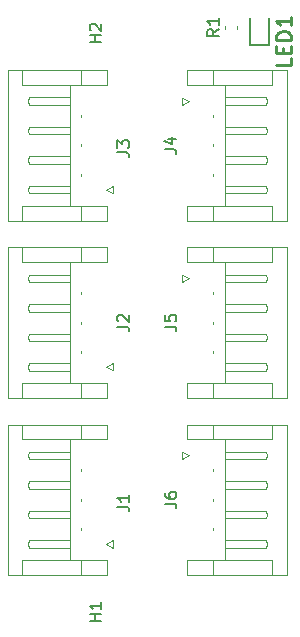
<source format=gbr>
%TF.GenerationSoftware,KiCad,Pcbnew,9.0.2*%
%TF.CreationDate,2025-06-15T01:11:38-07:00*%
%TF.ProjectId,SDM26_SplitterV1.1,53444d32-365f-4537-906c-697474657256,rev?*%
%TF.SameCoordinates,Original*%
%TF.FileFunction,Legend,Top*%
%TF.FilePolarity,Positive*%
%FSLAX46Y46*%
G04 Gerber Fmt 4.6, Leading zero omitted, Abs format (unit mm)*
G04 Created by KiCad (PCBNEW 9.0.2) date 2025-06-15 01:11:38*
%MOMM*%
%LPD*%
G01*
G04 APERTURE LIST*
%ADD10C,0.150000*%
%ADD11C,0.254000*%
%ADD12C,0.120000*%
%ADD13C,0.200000*%
G04 APERTURE END LIST*
D10*
X101004819Y-126361904D02*
X100004819Y-126361904D01*
X100481009Y-126361904D02*
X100481009Y-125790476D01*
X101004819Y-125790476D02*
X100004819Y-125790476D01*
X101004819Y-124790476D02*
X101004819Y-125361904D01*
X101004819Y-125076190D02*
X100004819Y-125076190D01*
X100004819Y-125076190D02*
X100147676Y-125171428D01*
X100147676Y-125171428D02*
X100242914Y-125266666D01*
X100242914Y-125266666D02*
X100290533Y-125361904D01*
X106354819Y-86433333D02*
X107069104Y-86433333D01*
X107069104Y-86433333D02*
X107211961Y-86480952D01*
X107211961Y-86480952D02*
X107307200Y-86576190D01*
X107307200Y-86576190D02*
X107354819Y-86719047D01*
X107354819Y-86719047D02*
X107354819Y-86814285D01*
X106688152Y-85528571D02*
X107354819Y-85528571D01*
X106307200Y-85766666D02*
X107021485Y-86004761D01*
X107021485Y-86004761D02*
X107021485Y-85385714D01*
X102354819Y-116683333D02*
X103069104Y-116683333D01*
X103069104Y-116683333D02*
X103211961Y-116730952D01*
X103211961Y-116730952D02*
X103307200Y-116826190D01*
X103307200Y-116826190D02*
X103354819Y-116969047D01*
X103354819Y-116969047D02*
X103354819Y-117064285D01*
X103354819Y-115683333D02*
X103354819Y-116254761D01*
X103354819Y-115969047D02*
X102354819Y-115969047D01*
X102354819Y-115969047D02*
X102497676Y-116064285D01*
X102497676Y-116064285D02*
X102592914Y-116159523D01*
X102592914Y-116159523D02*
X102640533Y-116254761D01*
X110954819Y-76266666D02*
X110478628Y-76599999D01*
X110954819Y-76838094D02*
X109954819Y-76838094D01*
X109954819Y-76838094D02*
X109954819Y-76457142D01*
X109954819Y-76457142D02*
X110002438Y-76361904D01*
X110002438Y-76361904D02*
X110050057Y-76314285D01*
X110050057Y-76314285D02*
X110145295Y-76266666D01*
X110145295Y-76266666D02*
X110288152Y-76266666D01*
X110288152Y-76266666D02*
X110383390Y-76314285D01*
X110383390Y-76314285D02*
X110431009Y-76361904D01*
X110431009Y-76361904D02*
X110478628Y-76457142D01*
X110478628Y-76457142D02*
X110478628Y-76838094D01*
X110954819Y-75314285D02*
X110954819Y-75885713D01*
X110954819Y-75599999D02*
X109954819Y-75599999D01*
X109954819Y-75599999D02*
X110097676Y-75695237D01*
X110097676Y-75695237D02*
X110192914Y-75790475D01*
X110192914Y-75790475D02*
X110240533Y-75885713D01*
X102354819Y-101433333D02*
X103069104Y-101433333D01*
X103069104Y-101433333D02*
X103211961Y-101480952D01*
X103211961Y-101480952D02*
X103307200Y-101576190D01*
X103307200Y-101576190D02*
X103354819Y-101719047D01*
X103354819Y-101719047D02*
X103354819Y-101814285D01*
X102450057Y-101004761D02*
X102402438Y-100957142D01*
X102402438Y-100957142D02*
X102354819Y-100861904D01*
X102354819Y-100861904D02*
X102354819Y-100623809D01*
X102354819Y-100623809D02*
X102402438Y-100528571D01*
X102402438Y-100528571D02*
X102450057Y-100480952D01*
X102450057Y-100480952D02*
X102545295Y-100433333D01*
X102545295Y-100433333D02*
X102640533Y-100433333D01*
X102640533Y-100433333D02*
X102783390Y-100480952D01*
X102783390Y-100480952D02*
X103354819Y-101052380D01*
X103354819Y-101052380D02*
X103354819Y-100433333D01*
X101004819Y-77361904D02*
X100004819Y-77361904D01*
X100481009Y-77361904D02*
X100481009Y-76790476D01*
X101004819Y-76790476D02*
X100004819Y-76790476D01*
X100100057Y-76361904D02*
X100052438Y-76314285D01*
X100052438Y-76314285D02*
X100004819Y-76219047D01*
X100004819Y-76219047D02*
X100004819Y-75980952D01*
X100004819Y-75980952D02*
X100052438Y-75885714D01*
X100052438Y-75885714D02*
X100100057Y-75838095D01*
X100100057Y-75838095D02*
X100195295Y-75790476D01*
X100195295Y-75790476D02*
X100290533Y-75790476D01*
X100290533Y-75790476D02*
X100433390Y-75838095D01*
X100433390Y-75838095D02*
X101004819Y-76409523D01*
X101004819Y-76409523D02*
X101004819Y-75790476D01*
X106354819Y-116433333D02*
X107069104Y-116433333D01*
X107069104Y-116433333D02*
X107211961Y-116480952D01*
X107211961Y-116480952D02*
X107307200Y-116576190D01*
X107307200Y-116576190D02*
X107354819Y-116719047D01*
X107354819Y-116719047D02*
X107354819Y-116814285D01*
X106354819Y-115528571D02*
X106354819Y-115719047D01*
X106354819Y-115719047D02*
X106402438Y-115814285D01*
X106402438Y-115814285D02*
X106450057Y-115861904D01*
X106450057Y-115861904D02*
X106592914Y-115957142D01*
X106592914Y-115957142D02*
X106783390Y-116004761D01*
X106783390Y-116004761D02*
X107164342Y-116004761D01*
X107164342Y-116004761D02*
X107259580Y-115957142D01*
X107259580Y-115957142D02*
X107307200Y-115909523D01*
X107307200Y-115909523D02*
X107354819Y-115814285D01*
X107354819Y-115814285D02*
X107354819Y-115623809D01*
X107354819Y-115623809D02*
X107307200Y-115528571D01*
X107307200Y-115528571D02*
X107259580Y-115480952D01*
X107259580Y-115480952D02*
X107164342Y-115433333D01*
X107164342Y-115433333D02*
X106926247Y-115433333D01*
X106926247Y-115433333D02*
X106831009Y-115480952D01*
X106831009Y-115480952D02*
X106783390Y-115528571D01*
X106783390Y-115528571D02*
X106735771Y-115623809D01*
X106735771Y-115623809D02*
X106735771Y-115814285D01*
X106735771Y-115814285D02*
X106783390Y-115909523D01*
X106783390Y-115909523D02*
X106831009Y-115957142D01*
X106831009Y-115957142D02*
X106926247Y-116004761D01*
D11*
X117074318Y-78721190D02*
X117074318Y-79325952D01*
X117074318Y-79325952D02*
X115804318Y-79325952D01*
X116409080Y-78297857D02*
X116409080Y-77874523D01*
X117074318Y-77693095D02*
X117074318Y-78297857D01*
X117074318Y-78297857D02*
X115804318Y-78297857D01*
X115804318Y-78297857D02*
X115804318Y-77693095D01*
X117074318Y-77148809D02*
X115804318Y-77148809D01*
X115804318Y-77148809D02*
X115804318Y-76846428D01*
X115804318Y-76846428D02*
X115864794Y-76664999D01*
X115864794Y-76664999D02*
X115985746Y-76544047D01*
X115985746Y-76544047D02*
X116106699Y-76483570D01*
X116106699Y-76483570D02*
X116348603Y-76423094D01*
X116348603Y-76423094D02*
X116530032Y-76423094D01*
X116530032Y-76423094D02*
X116771937Y-76483570D01*
X116771937Y-76483570D02*
X116892889Y-76544047D01*
X116892889Y-76544047D02*
X117013842Y-76664999D01*
X117013842Y-76664999D02*
X117074318Y-76846428D01*
X117074318Y-76846428D02*
X117074318Y-77148809D01*
X117074318Y-75213570D02*
X117074318Y-75939285D01*
X117074318Y-75576428D02*
X115804318Y-75576428D01*
X115804318Y-75576428D02*
X115985746Y-75697380D01*
X115985746Y-75697380D02*
X116106699Y-75818332D01*
X116106699Y-75818332D02*
X116167175Y-75939285D01*
D10*
X102354819Y-86683333D02*
X103069104Y-86683333D01*
X103069104Y-86683333D02*
X103211961Y-86730952D01*
X103211961Y-86730952D02*
X103307200Y-86826190D01*
X103307200Y-86826190D02*
X103354819Y-86969047D01*
X103354819Y-86969047D02*
X103354819Y-87064285D01*
X102354819Y-86302380D02*
X102354819Y-85683333D01*
X102354819Y-85683333D02*
X102735771Y-86016666D01*
X102735771Y-86016666D02*
X102735771Y-85873809D01*
X102735771Y-85873809D02*
X102783390Y-85778571D01*
X102783390Y-85778571D02*
X102831009Y-85730952D01*
X102831009Y-85730952D02*
X102926247Y-85683333D01*
X102926247Y-85683333D02*
X103164342Y-85683333D01*
X103164342Y-85683333D02*
X103259580Y-85730952D01*
X103259580Y-85730952D02*
X103307200Y-85778571D01*
X103307200Y-85778571D02*
X103354819Y-85873809D01*
X103354819Y-85873809D02*
X103354819Y-86159523D01*
X103354819Y-86159523D02*
X103307200Y-86254761D01*
X103307200Y-86254761D02*
X103259580Y-86302380D01*
X106354819Y-101433333D02*
X107069104Y-101433333D01*
X107069104Y-101433333D02*
X107211961Y-101480952D01*
X107211961Y-101480952D02*
X107307200Y-101576190D01*
X107307200Y-101576190D02*
X107354819Y-101719047D01*
X107354819Y-101719047D02*
X107354819Y-101814285D01*
X106354819Y-100480952D02*
X106354819Y-100957142D01*
X106354819Y-100957142D02*
X106831009Y-101004761D01*
X106831009Y-101004761D02*
X106783390Y-100957142D01*
X106783390Y-100957142D02*
X106735771Y-100861904D01*
X106735771Y-100861904D02*
X106735771Y-100623809D01*
X106735771Y-100623809D02*
X106783390Y-100528571D01*
X106783390Y-100528571D02*
X106831009Y-100480952D01*
X106831009Y-100480952D02*
X106926247Y-100433333D01*
X106926247Y-100433333D02*
X107164342Y-100433333D01*
X107164342Y-100433333D02*
X107259580Y-100480952D01*
X107259580Y-100480952D02*
X107307200Y-100528571D01*
X107307200Y-100528571D02*
X107354819Y-100623809D01*
X107354819Y-100623809D02*
X107354819Y-100861904D01*
X107354819Y-100861904D02*
X107307200Y-100957142D01*
X107307200Y-100957142D02*
X107259580Y-101004761D01*
D12*
%TO.C,J4*%
X107800000Y-82050000D02*
X107800000Y-82650000D01*
X107800000Y-82650000D02*
X108400000Y-82350000D01*
X108290000Y-79740000D02*
X116710000Y-79740000D01*
X108290000Y-80960000D02*
X108290000Y-79740000D01*
X108290000Y-91240000D02*
X110490000Y-91240000D01*
X108290000Y-92460000D02*
X108290000Y-91240000D01*
X108400000Y-82350000D02*
X107800000Y-82050000D01*
X110490000Y-80960000D02*
X108290000Y-80960000D01*
X110490000Y-80960000D02*
X110490000Y-79740000D01*
X110490000Y-83520000D02*
X110490000Y-83680000D01*
X110490000Y-86020000D02*
X110490000Y-86180000D01*
X110490000Y-88520000D02*
X110490000Y-88680000D01*
X110490000Y-91240000D02*
X110490000Y-92460000D01*
X111490000Y-80960000D02*
X111490000Y-91240000D01*
X111490000Y-82030000D02*
X114910000Y-82030000D01*
X111490000Y-82350000D02*
X111490000Y-82030000D01*
X111490000Y-82670000D02*
X111490000Y-82350000D01*
X111490000Y-84530000D02*
X114910000Y-84530000D01*
X111490000Y-84850000D02*
X111490000Y-84530000D01*
X111490000Y-85170000D02*
X111490000Y-84850000D01*
X111490000Y-87030000D02*
X114910000Y-87030000D01*
X111490000Y-87350000D02*
X111490000Y-87030000D01*
X111490000Y-87670000D02*
X111490000Y-87350000D01*
X111490000Y-89530000D02*
X114910000Y-89530000D01*
X111490000Y-89850000D02*
X111490000Y-89530000D01*
X111490000Y-90170000D02*
X111490000Y-89850000D01*
X114910000Y-82030000D02*
X114990000Y-82350000D01*
X114910000Y-82670000D02*
X111490000Y-82670000D01*
X114910000Y-84530000D02*
X114990000Y-84850000D01*
X114910000Y-85170000D02*
X111490000Y-85170000D01*
X114910000Y-87030000D02*
X114990000Y-87350000D01*
X114910000Y-87670000D02*
X111490000Y-87670000D01*
X114910000Y-89530000D02*
X114990000Y-89850000D01*
X114910000Y-90170000D02*
X111490000Y-90170000D01*
X114990000Y-82350000D02*
X114910000Y-82670000D01*
X114990000Y-84850000D02*
X114910000Y-85170000D01*
X114990000Y-87350000D02*
X114910000Y-87670000D01*
X114990000Y-89850000D02*
X114910000Y-90170000D01*
X115490000Y-79740000D02*
X115490000Y-80960000D01*
X115490000Y-80960000D02*
X110490000Y-80960000D01*
X115490000Y-91240000D02*
X110490000Y-91240000D01*
X115490000Y-92460000D02*
X115490000Y-91240000D01*
X116710000Y-79740000D02*
X116710000Y-92460000D01*
X116710000Y-92460000D02*
X108290000Y-92460000D01*
%TO.C,J1*%
X93090000Y-109740000D02*
X101510000Y-109740000D01*
X93090000Y-122460000D02*
X93090000Y-109740000D01*
X94310000Y-109740000D02*
X94310000Y-110960000D01*
X94310000Y-110960000D02*
X99310000Y-110960000D01*
X94310000Y-121240000D02*
X99310000Y-121240000D01*
X94310000Y-122460000D02*
X94310000Y-121240000D01*
X94810000Y-112350000D02*
X94890000Y-112030000D01*
X94810000Y-114850000D02*
X94890000Y-114530000D01*
X94810000Y-117350000D02*
X94890000Y-117030000D01*
X94810000Y-119850000D02*
X94890000Y-119530000D01*
X94890000Y-112030000D02*
X98310000Y-112030000D01*
X94890000Y-112670000D02*
X94810000Y-112350000D01*
X94890000Y-114530000D02*
X98310000Y-114530000D01*
X94890000Y-115170000D02*
X94810000Y-114850000D01*
X94890000Y-117030000D02*
X98310000Y-117030000D01*
X94890000Y-117670000D02*
X94810000Y-117350000D01*
X94890000Y-119530000D02*
X98310000Y-119530000D01*
X94890000Y-120170000D02*
X94810000Y-119850000D01*
X98310000Y-112030000D02*
X98310000Y-112350000D01*
X98310000Y-112350000D02*
X98310000Y-112670000D01*
X98310000Y-112670000D02*
X94890000Y-112670000D01*
X98310000Y-114530000D02*
X98310000Y-114850000D01*
X98310000Y-114850000D02*
X98310000Y-115170000D01*
X98310000Y-115170000D02*
X94890000Y-115170000D01*
X98310000Y-117030000D02*
X98310000Y-117350000D01*
X98310000Y-117350000D02*
X98310000Y-117670000D01*
X98310000Y-117670000D02*
X94890000Y-117670000D01*
X98310000Y-119530000D02*
X98310000Y-119850000D01*
X98310000Y-119850000D02*
X98310000Y-120170000D01*
X98310000Y-120170000D02*
X94890000Y-120170000D01*
X98310000Y-121240000D02*
X98310000Y-110960000D01*
X99310000Y-110960000D02*
X99310000Y-109740000D01*
X99310000Y-113680000D02*
X99310000Y-113520000D01*
X99310000Y-116180000D02*
X99310000Y-116020000D01*
X99310000Y-118680000D02*
X99310000Y-118520000D01*
X99310000Y-121240000D02*
X99310000Y-122460000D01*
X99310000Y-121240000D02*
X101510000Y-121240000D01*
X101400000Y-119850000D02*
X102000000Y-120150000D01*
X101510000Y-109740000D02*
X101510000Y-110960000D01*
X101510000Y-110960000D02*
X99310000Y-110960000D01*
X101510000Y-121240000D02*
X101510000Y-122460000D01*
X101510000Y-122460000D02*
X93090000Y-122460000D01*
X102000000Y-119550000D02*
X101400000Y-119850000D01*
X102000000Y-120150000D02*
X102000000Y-119550000D01*
%TO.C,R1*%
X111490000Y-75959420D02*
X111490000Y-76240580D01*
X112510000Y-75959420D02*
X112510000Y-76240580D01*
%TO.C,J2*%
X93090000Y-94740000D02*
X101510000Y-94740000D01*
X93090000Y-107460000D02*
X93090000Y-94740000D01*
X94310000Y-94740000D02*
X94310000Y-95960000D01*
X94310000Y-95960000D02*
X99310000Y-95960000D01*
X94310000Y-106240000D02*
X99310000Y-106240000D01*
X94310000Y-107460000D02*
X94310000Y-106240000D01*
X94810000Y-97350000D02*
X94890000Y-97030000D01*
X94810000Y-99850000D02*
X94890000Y-99530000D01*
X94810000Y-102350000D02*
X94890000Y-102030000D01*
X94810000Y-104850000D02*
X94890000Y-104530000D01*
X94890000Y-97030000D02*
X98310000Y-97030000D01*
X94890000Y-97670000D02*
X94810000Y-97350000D01*
X94890000Y-99530000D02*
X98310000Y-99530000D01*
X94890000Y-100170000D02*
X94810000Y-99850000D01*
X94890000Y-102030000D02*
X98310000Y-102030000D01*
X94890000Y-102670000D02*
X94810000Y-102350000D01*
X94890000Y-104530000D02*
X98310000Y-104530000D01*
X94890000Y-105170000D02*
X94810000Y-104850000D01*
X98310000Y-97030000D02*
X98310000Y-97350000D01*
X98310000Y-97350000D02*
X98310000Y-97670000D01*
X98310000Y-97670000D02*
X94890000Y-97670000D01*
X98310000Y-99530000D02*
X98310000Y-99850000D01*
X98310000Y-99850000D02*
X98310000Y-100170000D01*
X98310000Y-100170000D02*
X94890000Y-100170000D01*
X98310000Y-102030000D02*
X98310000Y-102350000D01*
X98310000Y-102350000D02*
X98310000Y-102670000D01*
X98310000Y-102670000D02*
X94890000Y-102670000D01*
X98310000Y-104530000D02*
X98310000Y-104850000D01*
X98310000Y-104850000D02*
X98310000Y-105170000D01*
X98310000Y-105170000D02*
X94890000Y-105170000D01*
X98310000Y-106240000D02*
X98310000Y-95960000D01*
X99310000Y-95960000D02*
X99310000Y-94740000D01*
X99310000Y-98680000D02*
X99310000Y-98520000D01*
X99310000Y-101180000D02*
X99310000Y-101020000D01*
X99310000Y-103680000D02*
X99310000Y-103520000D01*
X99310000Y-106240000D02*
X99310000Y-107460000D01*
X99310000Y-106240000D02*
X101510000Y-106240000D01*
X101400000Y-104850000D02*
X102000000Y-105150000D01*
X101510000Y-94740000D02*
X101510000Y-95960000D01*
X101510000Y-95960000D02*
X99310000Y-95960000D01*
X101510000Y-106240000D02*
X101510000Y-107460000D01*
X101510000Y-107460000D02*
X93090000Y-107460000D01*
X102000000Y-104550000D02*
X101400000Y-104850000D01*
X102000000Y-105150000D02*
X102000000Y-104550000D01*
%TO.C,J6*%
X107800000Y-112050000D02*
X107800000Y-112650000D01*
X107800000Y-112650000D02*
X108400000Y-112350000D01*
X108290000Y-109740000D02*
X116710000Y-109740000D01*
X108290000Y-110960000D02*
X108290000Y-109740000D01*
X108290000Y-121240000D02*
X110490000Y-121240000D01*
X108290000Y-122460000D02*
X108290000Y-121240000D01*
X108400000Y-112350000D02*
X107800000Y-112050000D01*
X110490000Y-110960000D02*
X108290000Y-110960000D01*
X110490000Y-110960000D02*
X110490000Y-109740000D01*
X110490000Y-113520000D02*
X110490000Y-113680000D01*
X110490000Y-116020000D02*
X110490000Y-116180000D01*
X110490000Y-118520000D02*
X110490000Y-118680000D01*
X110490000Y-121240000D02*
X110490000Y-122460000D01*
X111490000Y-110960000D02*
X111490000Y-121240000D01*
X111490000Y-112030000D02*
X114910000Y-112030000D01*
X111490000Y-112350000D02*
X111490000Y-112030000D01*
X111490000Y-112670000D02*
X111490000Y-112350000D01*
X111490000Y-114530000D02*
X114910000Y-114530000D01*
X111490000Y-114850000D02*
X111490000Y-114530000D01*
X111490000Y-115170000D02*
X111490000Y-114850000D01*
X111490000Y-117030000D02*
X114910000Y-117030000D01*
X111490000Y-117350000D02*
X111490000Y-117030000D01*
X111490000Y-117670000D02*
X111490000Y-117350000D01*
X111490000Y-119530000D02*
X114910000Y-119530000D01*
X111490000Y-119850000D02*
X111490000Y-119530000D01*
X111490000Y-120170000D02*
X111490000Y-119850000D01*
X114910000Y-112030000D02*
X114990000Y-112350000D01*
X114910000Y-112670000D02*
X111490000Y-112670000D01*
X114910000Y-114530000D02*
X114990000Y-114850000D01*
X114910000Y-115170000D02*
X111490000Y-115170000D01*
X114910000Y-117030000D02*
X114990000Y-117350000D01*
X114910000Y-117670000D02*
X111490000Y-117670000D01*
X114910000Y-119530000D02*
X114990000Y-119850000D01*
X114910000Y-120170000D02*
X111490000Y-120170000D01*
X114990000Y-112350000D02*
X114910000Y-112670000D01*
X114990000Y-114850000D02*
X114910000Y-115170000D01*
X114990000Y-117350000D02*
X114910000Y-117670000D01*
X114990000Y-119850000D02*
X114910000Y-120170000D01*
X115490000Y-109740000D02*
X115490000Y-110960000D01*
X115490000Y-110960000D02*
X110490000Y-110960000D01*
X115490000Y-121240000D02*
X110490000Y-121240000D01*
X115490000Y-122460000D02*
X115490000Y-121240000D01*
X116710000Y-109740000D02*
X116710000Y-122460000D01*
X116710000Y-122460000D02*
X108290000Y-122460000D01*
D13*
%TO.C,LED1*%
X113575000Y-75300000D02*
X113575000Y-77625000D01*
X113575000Y-77625000D02*
X115225000Y-77625000D01*
X115225000Y-77625000D02*
X115225000Y-75300000D01*
D12*
%TO.C,J3*%
X93090000Y-79740000D02*
X101510000Y-79740000D01*
X93090000Y-92460000D02*
X93090000Y-79740000D01*
X94310000Y-79740000D02*
X94310000Y-80960000D01*
X94310000Y-80960000D02*
X99310000Y-80960000D01*
X94310000Y-91240000D02*
X99310000Y-91240000D01*
X94310000Y-92460000D02*
X94310000Y-91240000D01*
X94810000Y-82350000D02*
X94890000Y-82030000D01*
X94810000Y-84850000D02*
X94890000Y-84530000D01*
X94810000Y-87350000D02*
X94890000Y-87030000D01*
X94810000Y-89850000D02*
X94890000Y-89530000D01*
X94890000Y-82030000D02*
X98310000Y-82030000D01*
X94890000Y-82670000D02*
X94810000Y-82350000D01*
X94890000Y-84530000D02*
X98310000Y-84530000D01*
X94890000Y-85170000D02*
X94810000Y-84850000D01*
X94890000Y-87030000D02*
X98310000Y-87030000D01*
X94890000Y-87670000D02*
X94810000Y-87350000D01*
X94890000Y-89530000D02*
X98310000Y-89530000D01*
X94890000Y-90170000D02*
X94810000Y-89850000D01*
X98310000Y-82030000D02*
X98310000Y-82350000D01*
X98310000Y-82350000D02*
X98310000Y-82670000D01*
X98310000Y-82670000D02*
X94890000Y-82670000D01*
X98310000Y-84530000D02*
X98310000Y-84850000D01*
X98310000Y-84850000D02*
X98310000Y-85170000D01*
X98310000Y-85170000D02*
X94890000Y-85170000D01*
X98310000Y-87030000D02*
X98310000Y-87350000D01*
X98310000Y-87350000D02*
X98310000Y-87670000D01*
X98310000Y-87670000D02*
X94890000Y-87670000D01*
X98310000Y-89530000D02*
X98310000Y-89850000D01*
X98310000Y-89850000D02*
X98310000Y-90170000D01*
X98310000Y-90170000D02*
X94890000Y-90170000D01*
X98310000Y-91240000D02*
X98310000Y-80960000D01*
X99310000Y-80960000D02*
X99310000Y-79740000D01*
X99310000Y-83680000D02*
X99310000Y-83520000D01*
X99310000Y-86180000D02*
X99310000Y-86020000D01*
X99310000Y-88680000D02*
X99310000Y-88520000D01*
X99310000Y-91240000D02*
X99310000Y-92460000D01*
X99310000Y-91240000D02*
X101510000Y-91240000D01*
X101400000Y-89850000D02*
X102000000Y-90150000D01*
X101510000Y-79740000D02*
X101510000Y-80960000D01*
X101510000Y-80960000D02*
X99310000Y-80960000D01*
X101510000Y-91240000D02*
X101510000Y-92460000D01*
X101510000Y-92460000D02*
X93090000Y-92460000D01*
X102000000Y-89550000D02*
X101400000Y-89850000D01*
X102000000Y-90150000D02*
X102000000Y-89550000D01*
%TO.C,J5*%
X107800000Y-97050000D02*
X107800000Y-97650000D01*
X107800000Y-97650000D02*
X108400000Y-97350000D01*
X108290000Y-94740000D02*
X116710000Y-94740000D01*
X108290000Y-95960000D02*
X108290000Y-94740000D01*
X108290000Y-106240000D02*
X110490000Y-106240000D01*
X108290000Y-107460000D02*
X108290000Y-106240000D01*
X108400000Y-97350000D02*
X107800000Y-97050000D01*
X110490000Y-95960000D02*
X108290000Y-95960000D01*
X110490000Y-95960000D02*
X110490000Y-94740000D01*
X110490000Y-98520000D02*
X110490000Y-98680000D01*
X110490000Y-101020000D02*
X110490000Y-101180000D01*
X110490000Y-103520000D02*
X110490000Y-103680000D01*
X110490000Y-106240000D02*
X110490000Y-107460000D01*
X111490000Y-95960000D02*
X111490000Y-106240000D01*
X111490000Y-97030000D02*
X114910000Y-97030000D01*
X111490000Y-97350000D02*
X111490000Y-97030000D01*
X111490000Y-97670000D02*
X111490000Y-97350000D01*
X111490000Y-99530000D02*
X114910000Y-99530000D01*
X111490000Y-99850000D02*
X111490000Y-99530000D01*
X111490000Y-100170000D02*
X111490000Y-99850000D01*
X111490000Y-102030000D02*
X114910000Y-102030000D01*
X111490000Y-102350000D02*
X111490000Y-102030000D01*
X111490000Y-102670000D02*
X111490000Y-102350000D01*
X111490000Y-104530000D02*
X114910000Y-104530000D01*
X111490000Y-104850000D02*
X111490000Y-104530000D01*
X111490000Y-105170000D02*
X111490000Y-104850000D01*
X114910000Y-97030000D02*
X114990000Y-97350000D01*
X114910000Y-97670000D02*
X111490000Y-97670000D01*
X114910000Y-99530000D02*
X114990000Y-99850000D01*
X114910000Y-100170000D02*
X111490000Y-100170000D01*
X114910000Y-102030000D02*
X114990000Y-102350000D01*
X114910000Y-102670000D02*
X111490000Y-102670000D01*
X114910000Y-104530000D02*
X114990000Y-104850000D01*
X114910000Y-105170000D02*
X111490000Y-105170000D01*
X114990000Y-97350000D02*
X114910000Y-97670000D01*
X114990000Y-99850000D02*
X114910000Y-100170000D01*
X114990000Y-102350000D02*
X114910000Y-102670000D01*
X114990000Y-104850000D02*
X114910000Y-105170000D01*
X115490000Y-94740000D02*
X115490000Y-95960000D01*
X115490000Y-95960000D02*
X110490000Y-95960000D01*
X115490000Y-106240000D02*
X110490000Y-106240000D01*
X115490000Y-107460000D02*
X115490000Y-106240000D01*
X116710000Y-94740000D02*
X116710000Y-107460000D01*
X116710000Y-107460000D02*
X108290000Y-107460000D01*
%TD*%
M02*

</source>
